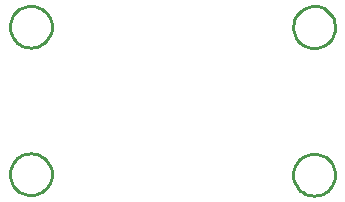
<source format=gko>
G04*
G04 #@! TF.GenerationSoftware,Altium Limited,Altium Designer,21.6.1 (37)*
G04*
G04 Layer_Color=16711935*
%FSLAX44Y44*%
%MOMM*%
G71*
G04*
G04 #@! TF.SameCoordinates,E8A9E921-0961-4E98-9D42-7A75F99DFC46*
G04*
G04*
G04 #@! TF.FilePolarity,Positive*
G04*
G01*
G75*
%ADD64C,0.2540*%
D64*
X-102220Y-25690D02*
X-102401Y-23160D01*
X-102940Y-20681D01*
X-103827Y-18304D01*
X-105042Y-16077D01*
X-106563Y-14047D01*
X-108357Y-12253D01*
X-110387Y-10733D01*
X-112614Y-9517D01*
X-114991Y-8630D01*
X-117470Y-8091D01*
X-120000Y-7910D01*
X-122530Y-8091D01*
X-125009Y-8630D01*
X-127386Y-9517D01*
X-129613Y-10733D01*
X-131643Y-12253D01*
X-133437Y-14047D01*
X-134958Y-16077D01*
X-136173Y-18304D01*
X-137060Y-20681D01*
X-137599Y-23160D01*
X-137780Y-25690D01*
X-137599Y-28220D01*
X-137060Y-30699D01*
X-136173Y-33076D01*
X-134958Y-35303D01*
X-133437Y-37333D01*
X-131643Y-39127D01*
X-129613Y-40648D01*
X-127386Y-41863D01*
X-125009Y-42750D01*
X-122530Y-43289D01*
X-120000Y-43470D01*
X-117470Y-43289D01*
X-114991Y-42750D01*
X-112614Y-41863D01*
X-110387Y-40648D01*
X-108357Y-39127D01*
X-106563Y-37333D01*
X-105042Y-35303D01*
X-103827Y-33076D01*
X-102940Y-30699D01*
X-102401Y-28220D01*
X-102220Y-25690D01*
X104943Y89545D02*
X106432Y87510D01*
X108194Y85705D01*
X110194Y84169D01*
X112390Y82931D01*
X114740Y82016D01*
X117196Y81442D01*
X119708Y81222D01*
X122227Y81360D01*
X124700Y81852D01*
X127079Y82690D01*
X129315Y83855D01*
X131364Y85326D01*
X133184Y87071D01*
X134740Y89056D01*
X135998Y91242D01*
X136935Y93583D01*
X137531Y96033D01*
X137774Y98544D01*
X137660Y101063D01*
X137190Y103541D01*
X136375Y105927D01*
X135230Y108174D01*
X133779Y110237D01*
X132051Y112073D01*
X130080Y113647D01*
X127906Y114925D01*
X125574Y115884D01*
X123129Y116503D01*
X120621Y116769D01*
X118101Y116678D01*
X115619Y116232D01*
X113225Y115439D01*
X110968Y114315D01*
X108892Y112883D01*
X107039Y111172D01*
X105448Y109215D01*
X104149Y107054D01*
X103169Y104730D01*
X102527Y102291D01*
X102237Y99786D01*
X102305Y97265D01*
X102728Y94779D01*
X103499Y92378D01*
X104602Y90110D01*
X137780Y-26000D02*
X137599Y-23470D01*
X137060Y-20991D01*
X136173Y-18614D01*
X134958Y-16387D01*
X133437Y-14357D01*
X131643Y-12563D01*
X129613Y-11042D01*
X127386Y-9827D01*
X125009Y-8940D01*
X122530Y-8401D01*
X120000Y-8220D01*
X117470Y-8401D01*
X114991Y-8940D01*
X112614Y-9827D01*
X110387Y-11042D01*
X108357Y-12563D01*
X106563Y-14357D01*
X105042Y-16387D01*
X103827Y-18614D01*
X102940Y-20991D01*
X102401Y-23470D01*
X102220Y-26000D01*
X102401Y-28530D01*
X102940Y-31009D01*
X103827Y-33386D01*
X105042Y-35613D01*
X106563Y-37643D01*
X108357Y-39437D01*
X110387Y-40957D01*
X112614Y-42173D01*
X114991Y-43060D01*
X117470Y-43599D01*
X120000Y-43780D01*
X122530Y-43599D01*
X125009Y-43060D01*
X127386Y-42173D01*
X129613Y-40957D01*
X131643Y-39437D01*
X133437Y-37643D01*
X134958Y-35613D01*
X136173Y-33386D01*
X137060Y-31009D01*
X137599Y-28530D01*
X137780Y-26000D01*
X-102220Y99310D02*
X-102401Y101840D01*
X-102940Y104319D01*
X-103827Y106696D01*
X-105042Y108923D01*
X-106563Y110953D01*
X-108357Y112747D01*
X-110387Y114268D01*
X-112614Y115483D01*
X-114991Y116370D01*
X-117470Y116909D01*
X-120000Y117090D01*
X-122530Y116909D01*
X-125009Y116370D01*
X-127386Y115483D01*
X-129613Y114268D01*
X-131643Y112747D01*
X-133437Y110953D01*
X-134958Y108923D01*
X-136173Y106696D01*
X-137060Y104319D01*
X-137599Y101840D01*
X-137780Y99310D01*
X-137599Y96780D01*
X-137060Y94301D01*
X-136173Y91924D01*
X-134958Y89697D01*
X-133437Y87667D01*
X-131643Y85873D01*
X-129613Y84353D01*
X-127386Y83137D01*
X-125009Y82250D01*
X-122530Y81711D01*
X-120000Y81530D01*
X-117470Y81711D01*
X-114991Y82250D01*
X-112614Y83137D01*
X-110387Y84353D01*
X-108357Y85873D01*
X-106563Y87667D01*
X-105042Y89697D01*
X-103827Y91924D01*
X-102940Y94301D01*
X-102401Y96780D01*
X-102220Y99310D01*
M02*

</source>
